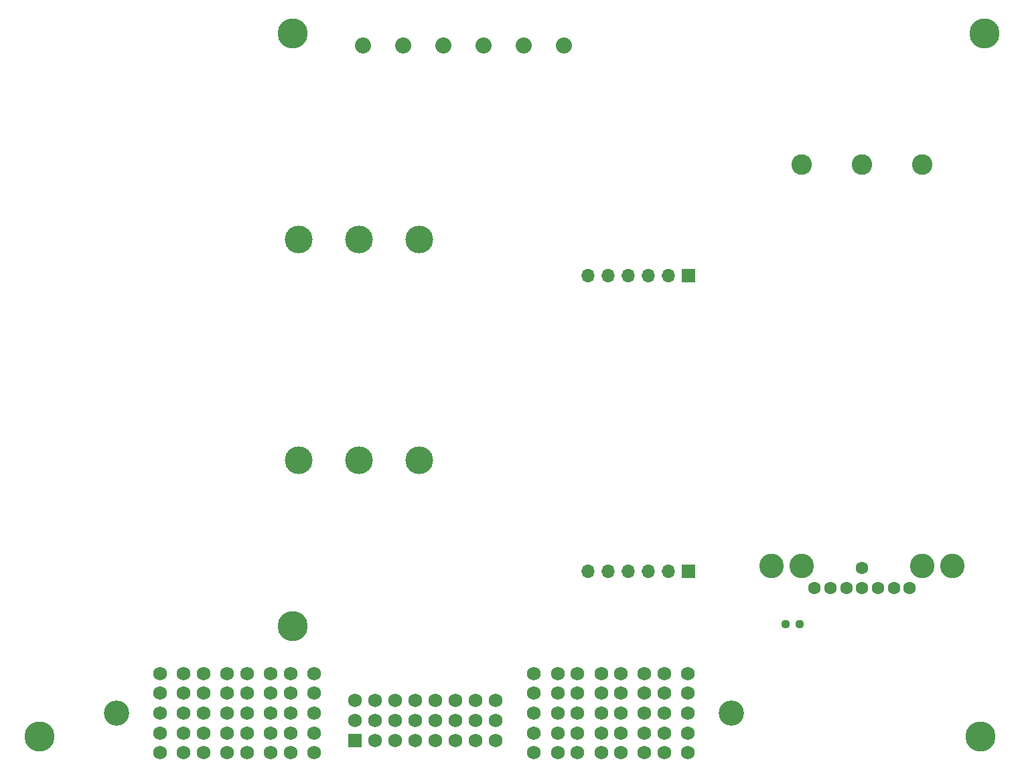
<source format=gbs>
G04 #@! TF.GenerationSoftware,KiCad,Pcbnew,8.0.4*
G04 #@! TF.CreationDate,2025-03-28T19:04:08-04:00*
G04 #@! TF.ProjectId,X17-Power-Slab-Master,5831372d-506f-4776-9572-2d536c61622d,rev?*
G04 #@! TF.SameCoordinates,Original*
G04 #@! TF.FileFunction,Soldermask,Bot*
G04 #@! TF.FilePolarity,Negative*
%FSLAX46Y46*%
G04 Gerber Fmt 4.6, Leading zero omitted, Abs format (unit mm)*
G04 Created by KiCad (PCBNEW 8.0.4) date 2025-03-28 19:04:08*
%MOMM*%
%LPD*%
G01*
G04 APERTURE LIST*
G04 Aperture macros list*
%AMRoundRect*
0 Rectangle with rounded corners*
0 $1 Rounding radius*
0 $2 $3 $4 $5 $6 $7 $8 $9 X,Y pos of 4 corners*
0 Add a 4 corners polygon primitive as box body*
4,1,4,$2,$3,$4,$5,$6,$7,$8,$9,$2,$3,0*
0 Add four circle primitives for the rounded corners*
1,1,$1+$1,$2,$3*
1,1,$1+$1,$4,$5*
1,1,$1+$1,$6,$7*
1,1,$1+$1,$8,$9*
0 Add four rect primitives between the rounded corners*
20,1,$1+$1,$2,$3,$4,$5,0*
20,1,$1+$1,$4,$5,$6,$7,0*
20,1,$1+$1,$6,$7,$8,$9,0*
20,1,$1+$1,$8,$9,$2,$3,0*%
G04 Aperture macros list end*
%ADD10C,3.200000*%
%ADD11RoundRect,0.102000X-0.765000X-0.765000X0.765000X-0.765000X0.765000X0.765000X-0.765000X0.765000X0*%
%ADD12C,1.734000*%
%ADD13R,1.700000X1.700000*%
%ADD14O,1.700000X1.700000*%
%ADD15C,2.032000*%
%ADD16C,3.500000*%
%ADD17C,3.810000*%
%ADD18RoundRect,0.237500X-0.250000X-0.237500X0.250000X-0.237500X0.250000X0.237500X-0.250000X0.237500X0*%
%ADD19C,2.600000*%
%ADD20C,3.100000*%
%ADD21C,1.600000*%
G04 APERTURE END LIST*
D10*
X54240000Y-134500000D03*
X132000000Y-134500000D03*
D11*
X84410000Y-138000000D03*
D12*
X86950000Y-138000000D03*
X89490000Y-138000000D03*
X92030000Y-138000000D03*
X94570000Y-138000000D03*
X97110000Y-138000000D03*
X99650000Y-138000000D03*
X102190000Y-138000000D03*
X84410000Y-135460000D03*
X86950000Y-135460000D03*
X89490000Y-135460000D03*
X92030000Y-135460000D03*
X94570000Y-135460000D03*
X97110000Y-135460000D03*
X99650000Y-135460000D03*
X102190000Y-135460000D03*
X84410000Y-132920000D03*
X86950000Y-132920000D03*
X89490000Y-132920000D03*
X92030000Y-132920000D03*
X94570000Y-132920000D03*
X97110000Y-132920000D03*
X99650000Y-132920000D03*
X102190000Y-132920000D03*
X59740000Y-129500000D03*
X59740000Y-132000000D03*
X59740000Y-134500000D03*
X59740000Y-137000000D03*
X59740000Y-139500000D03*
X62740000Y-139500000D03*
X62740000Y-137000000D03*
X62740000Y-134500000D03*
X62740000Y-132000000D03*
X62740000Y-129500000D03*
X65240000Y-129500000D03*
X65240000Y-132000000D03*
X65240000Y-134500000D03*
X65240000Y-137000000D03*
X65240000Y-139500000D03*
X68240000Y-139500000D03*
X68240000Y-137000000D03*
X68240000Y-134500000D03*
X68240000Y-132000000D03*
X68240000Y-129500000D03*
X70740000Y-129500000D03*
X70740000Y-132000000D03*
X70740000Y-134500000D03*
X70740000Y-137000000D03*
X70740000Y-139500000D03*
X73740000Y-139500000D03*
X73740000Y-137000000D03*
X73740000Y-134500000D03*
X73740000Y-132000000D03*
X73740000Y-129500000D03*
X76240000Y-129500000D03*
X76240000Y-132000000D03*
X76240000Y-134500000D03*
X76240000Y-137000000D03*
X76240000Y-139500000D03*
X79240000Y-139500000D03*
X79240000Y-137000000D03*
X79240000Y-134500000D03*
X79240000Y-132000000D03*
X79240000Y-129500000D03*
X107000000Y-129500000D03*
X107000000Y-132000000D03*
X107000000Y-134500000D03*
X107000000Y-137000000D03*
X107000000Y-139500000D03*
X110000000Y-139500000D03*
X110000000Y-137000000D03*
X110000000Y-134500000D03*
X110000000Y-132000000D03*
X110000000Y-129500000D03*
X112500000Y-129500000D03*
X112500000Y-132000000D03*
X112500000Y-134500000D03*
X112500000Y-137000000D03*
X112500000Y-139500000D03*
X115500000Y-139500000D03*
X115500000Y-137000000D03*
X115500000Y-134500000D03*
X115500000Y-132000000D03*
X115500000Y-129500000D03*
X118000000Y-129500000D03*
X118000000Y-132000000D03*
X118000000Y-134500000D03*
X118000000Y-137000000D03*
X118000000Y-139500000D03*
X121000000Y-139500000D03*
X121000000Y-137000000D03*
X121000000Y-134500000D03*
X121000000Y-132000000D03*
X121000000Y-129500000D03*
X123500000Y-129500000D03*
X123500000Y-132000000D03*
X123500000Y-134500000D03*
X123500000Y-137000000D03*
X123500000Y-139500000D03*
X126500000Y-139500000D03*
X126500000Y-137000000D03*
X126500000Y-134500000D03*
X126500000Y-132000000D03*
X126500000Y-129500000D03*
D13*
X126590000Y-79165000D03*
D14*
X124050000Y-79165000D03*
X121510000Y-79165000D03*
X118970000Y-79165000D03*
X116430000Y-79165000D03*
X113890000Y-79165000D03*
D13*
X126590000Y-116590000D03*
D14*
X124050000Y-116590000D03*
X121510000Y-116590000D03*
X118970000Y-116590000D03*
X116430000Y-116590000D03*
X113890000Y-116590000D03*
D15*
X85420000Y-50000000D03*
X90500000Y-50000000D03*
X95580000Y-50000000D03*
X100660000Y-50000000D03*
X105740000Y-50000000D03*
X110820000Y-50000000D03*
D16*
X77260000Y-74560000D03*
X84880000Y-74560000D03*
X92500000Y-74560000D03*
X92500000Y-102500000D03*
X84880000Y-102500000D03*
X77260000Y-102500000D03*
D17*
X164000000Y-48500000D03*
X44500000Y-137500000D03*
X163500000Y-137500000D03*
D18*
X138787500Y-123200000D03*
X140612500Y-123200000D03*
D17*
X76500000Y-123500000D03*
X76500000Y-48500000D03*
D19*
X140880000Y-65110000D03*
X148500000Y-65110000D03*
X156120000Y-65110000D03*
D20*
X159930000Y-115910000D03*
X156120000Y-115910000D03*
D21*
X148500000Y-116150000D03*
D20*
X140880000Y-115910000D03*
X137070000Y-115910000D03*
D21*
X154500000Y-118690000D03*
X152500000Y-118690000D03*
X150500000Y-118690000D03*
X148500000Y-118690000D03*
X146500000Y-118690000D03*
X144500000Y-118690000D03*
X142500000Y-118690000D03*
M02*

</source>
